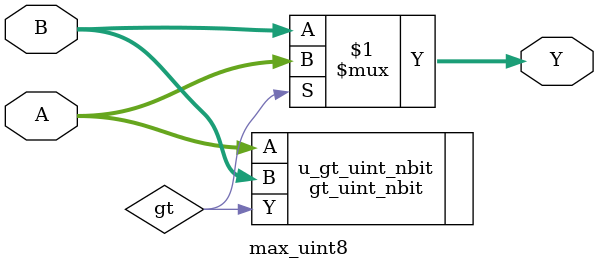
<source format=v>

module max_uint8 #(
    parameter WIDTH = 8,
    parameter IMPL_TYPE = 0
)(
    input [WIDTH-1:0] A,
    input [WIDTH-1:0] B,
    output [WIDTH-1:0] Y,
);

    wire gt;
    gt_uint_nbit #(
        .WIDTH(WIDTH),
        .IMPL_TYPE(IMPL_TYPE)
    ) u_gt_uint_nbit (
        .A(A),
        .B(B),
        .Y(gt)
    );

    assign Y = gt ? A : B;

endmodule

</source>
